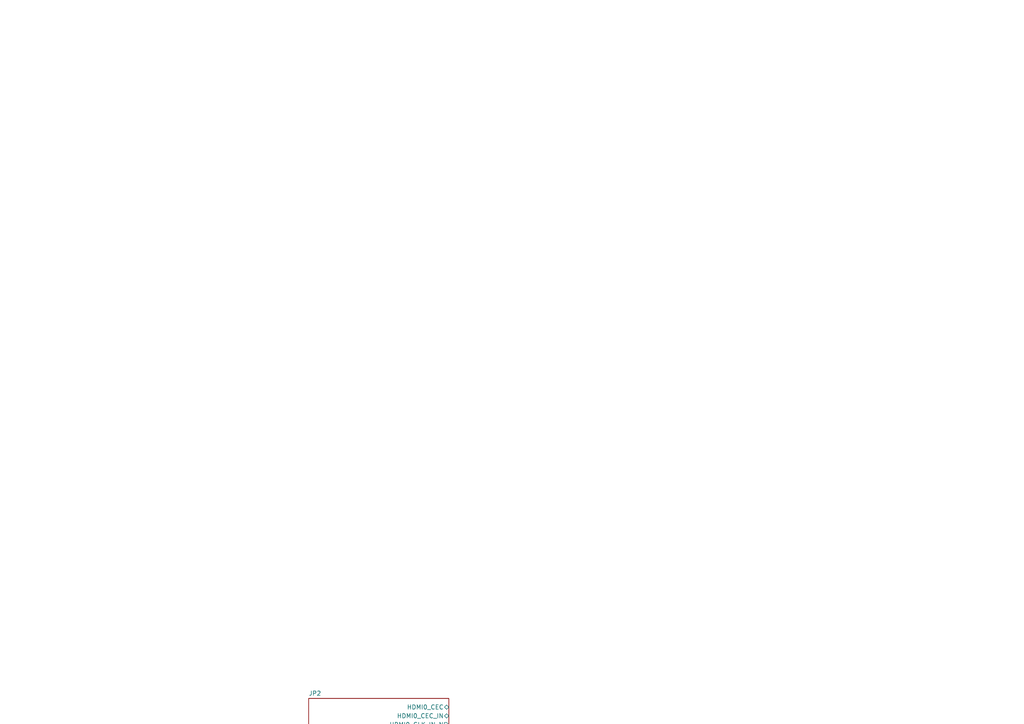
<source format=kicad_sch>
(kicad_sch
	(version 20250114)
	(generator "eeschema")
	(generator_version "9.0")
	(uuid "dea5ac8e-3e86-4300-9e2e-2676721051d5")
	(paper "A4")
	(lib_symbols)
	(sheet
		(at 89.535 202.565)
		(size 40.64 72.39)
		(exclude_from_sim no)
		(in_bom yes)
		(on_board yes)
		(dnp no)
		(fields_autoplaced yes)
		(stroke
			(width 0.1524)
			(type solid)
		)
		(fill
			(color 0 0 0 0.0000)
		)
		(uuid "090be83b-33de-45f1-8723-4cbe79db31ea")
		(property "Sheetname" "JP2"
			(at 89.535 201.8534 0)
			(effects
				(font
					(size 1.27 1.27)
				)
				(justify left bottom)
			)
		)
		(property "Sheetfile" "jp2.kicad_sch"
			(at 89.535 275.5396 0)
			(effects
				(font
					(size 1.27 1.27)
				)
				(justify left top)
			)
		)
		(pin "HDMI0_CEC" bidirectional
			(at 130.175 205.105 0)
			(uuid "1f40973f-2e88-410d-a80e-b83e920b9222")
			(effects
				(font
					(size 1.27 1.27)
				)
				(justify right)
			)
		)
		(pin "HDMI0_CEC_IN" bidirectional
			(at 130.175 207.645 0)
			(uuid "9af56694-5efd-4dba-a3e8-78a268af15f8")
			(effects
				(font
					(size 1.27 1.27)
				)
				(justify right)
			)
		)
		(pin "HDMI0_CLK_IN_N" output
			(at 130.175 210.185 0)
			(uuid "893dc298-819e-4872-9945-0cc6521ab7e4")
			(effects
				(font
					(size 1.27 1.27)
				)
				(justify right)
			)
		)
		(pin "HDMI0_CLK_IN_P" output
			(at 130.175 212.725 0)
			(uuid "fbafc3dd-c638-4b3c-aebc-65cac2da2ab6")
			(effects
				(font
					(size 1.27 1.27)
				)
				(justify right)
			)
		)
		(pin "HDMI0_CLK_N" output
			(at 130.175 215.265 0)
			(uuid "8e0d2bac-f541-4248-8f5d-abfacc708bce")
			(effects
				(font
					(size 1.27 1.27)
				)
				(justify right)
			)
		)
		(pin "HDMI0_CLK_P" output
			(at 130.175 217.805 0)
			(uuid "e026896d-361e-45ef-978d-355c20dc189b")
			(effects
				(font
					(size 1.27 1.27)
				)
				(justify right)
			)
		)
		(pin "HDMI0_D0_IN_N" output
			(at 130.175 220.345 0)
			(uuid "42985724-4e2b-49e2-ae22-3da5e4a396e8")
			(effects
				(font
					(size 1.27 1.27)
				)
				(justify right)
			)
		)
		(pin "HDMI0_D0_IN_P" output
			(at 130.175 222.885 0)
			(uuid "a42d25ed-5e1e-4ae8-9a1a-6262ee2786b6")
			(effects
				(font
					(size 1.27 1.27)
				)
				(justify right)
			)
		)
		(pin "HDMI0_D0_N" output
			(at 130.175 225.425 0)
			(uuid "d07dcd13-04f9-423b-bc1a-eb01491c2d0e")
			(effects
				(font
					(size 1.27 1.27)
				)
				(justify right)
			)
		)
		(pin "HDMI0_D0_P" output
			(at 130.175 227.965 0)
			(uuid "9ede2be8-e577-4089-8509-709ce018d91f")
			(effects
				(font
					(size 1.27 1.27)
				)
				(justify right)
			)
		)
		(pin "HDMI0_D1_IN_N" output
			(at 130.175 230.505 0)
			(uuid "c9c8083f-793f-468b-b998-72ecc96c11eb")
			(effects
				(font
					(size 1.27 1.27)
				)
				(justify right)
			)
		)
		(pin "HDMI0_D1_IN_P" output
			(at 130.175 233.045 0)
			(uuid "bb4901b3-7d68-4f4e-8ec9-85a5bffe1341")
			(effects
				(font
					(size 1.27 1.27)
				)
				(justify right)
			)
		)
		(pin "HDMI0_D1_N" output
			(at 130.175 235.585 0)
			(uuid "734efd43-e35d-4515-bc1f-8954d4703cbc")
			(effects
				(font
					(size 1.27 1.27)
				)
				(justify right)
			)
		)
		(pin "HDMI0_D1_P" output
			(at 130.175 238.125 0)
			(uuid "851516e6-00a6-442b-afea-f253d7084716")
			(effects
				(font
					(size 1.27 1.27)
				)
				(justify right)
			)
		)
		(pin "HDMI0_D2_IN_N" output
			(at 130.175 240.665 0)
			(uuid "628788d3-d09a-44df-91d3-2cc32243205b")
			(effects
				(font
					(size 1.27 1.27)
				)
				(justify right)
			)
		)
		(pin "HDMI0_D2_IN_P" output
			(at 130.175 243.205 0)
			(uuid "6b937606-0103-492b-a2ee-acf00a9df770")
			(effects
				(font
					(size 1.27 1.27)
				)
				(justify right)
			)
		)
		(pin "HDMI0_D2_N" output
			(at 130.175 245.745 0)
			(uuid "8d8c07d1-8881-4a2d-bca9-90fcab542cd1")
			(effects
				(font
					(size 1.27 1.27)
				)
				(justify right)
			)
		)
		(pin "HDMI0_D2_P" output
			(at 130.175 248.285 0)
			(uuid "56552822-d84b-45e5-89da-22a08fe5f2bf")
			(effects
				(font
					(size 1.27 1.27)
				)
				(justify right)
			)
		)
		(pin "HDMI0_HPD" input
			(at 130.175 250.825 0)
			(uuid "f7e13e23-0fe2-4ea9-be0a-91d98a88e4ae")
			(effects
				(font
					(size 1.27 1.27)
				)
				(justify right)
			)
		)
		(pin "HDMI0_HPD_IN" input
			(at 130.175 253.365 0)
			(uuid "936d9780-0f02-407e-b5ad-76056d6a7578")
			(effects
				(font
					(size 1.27 1.27)
				)
				(justify right)
			)
		)
		(pin "HDMI0_SCL" bidirectional
			(at 130.175 255.905 0)
			(uuid "52ffef74-afef-422b-b29f-bc10365f0f09")
			(effects
				(font
					(size 1.27 1.27)
				)
				(justify right)
			)
		)
		(pin "HDMI0_SCL_IN" bidirectional
			(at 130.175 258.445 0)
			(uuid "0609662b-e813-41f3-ac85-626b40ce87a0")
			(effects
				(font
					(size 1.27 1.27)
				)
				(justify right)
			)
		)
		(pin "HDMI0_SDA" bidirectional
			(at 130.175 260.985 0)
			(uuid "bce4dcc0-789f-4ca5-b11e-175e538bfc45")
			(effects
				(font
					(size 1.27 1.27)
				)
				(justify right)
			)
		)
		(pin "HDMI0_SDA_IN" bidirectional
			(at 130.175 263.525 0)
			(uuid "275bfd12-626c-48db-8d37-d6533ddb2763")
			(effects
				(font
					(size 1.27 1.27)
				)
				(justify right)
			)
		)
		(instances
			(project "Main"
				(path "/dea5ac8e-3e86-4300-9e2e-2676721051d5"
					(page "3")
				)
			)
		)
	)
	(sheet
		(at 223.52 218.44)
		(size 73.66 40.64)
		(exclude_from_sim no)
		(in_bom yes)
		(on_board yes)
		(dnp no)
		(fields_autoplaced yes)
		(stroke
			(width 0.1524)
			(type solid)
		)
		(fill
			(color 0 0 0 0.0000)
		)
		(uuid "57741c9e-edd5-4d78-9bed-1b543f87d51f")
		(property "Sheetname" "Power"
			(at 223.52 217.7284 0)
			(effects
				(font
					(size 1.27 1.27)
				)
				(justify left bottom)
			)
		)
		(property "Sheetfile" "power.kicad_sch"
			(at 223.52 259.6646 0)
			(effects
				(font
					(size 1.27 1.27)
				)
				(justify left top)
			)
		)
		(property "Field2" ""
			(at 223.52 218.44 0)
			(effects
				(font
					(size 1.27 1.27)
				)
			)
		)
		(pin "EN" input
			(at 236.22 218.44 90)
			(uuid "6114b278-9cf1-44b0-98e7-7a7f75cc5a8c")
			(effects
				(font
					(size 1.27 1.27)
				)
				(justify right)
			)
		)
		(pin "INT" input
			(at 245.11 218.44 90)
			(uuid "91bd40c4-e60c-4b57-9d40-b70bd8bbc709")
			(effects
				(font
					(size 1.27 1.27)
				)
				(justify right)
			)
		)
		(pin "SCL" input
			(at 255.27 218.44 90)
			(uuid "24570fce-1e93-4764-8f90-61b833f2c13b")
			(effects
				(font
					(size 1.27 1.27)
				)
				(justify right)
			)
		)
		(pin "SDA" input
			(at 265.43 218.44 90)
			(uuid "e2af7d3f-f8dc-4121-a44b-8d141d3534df")
			(effects
				(font
					(size 1.27 1.27)
				)
				(justify right)
			)
		)
		(pin "VOUT" input
			(at 274.32 218.44 90)
			(uuid "a2a854f6-3d63-40a1-891e-10fc6c208a75")
			(effects
				(font
					(size 1.27 1.27)
				)
				(justify right)
			)
		)
		(instances
			(project "Main"
				(path "/dea5ac8e-3e86-4300-9e2e-2676721051d5"
					(page "5")
				)
			)
		)
	)
	(sheet
		(at 0 218.44)
		(size 72.39 40.64)
		(exclude_from_sim no)
		(in_bom yes)
		(on_board yes)
		(dnp no)
		(fields_autoplaced yes)
		(stroke
			(width 0.1524)
			(type solid)
		)
		(fill
			(color 0 0 0 0.0000)
		)
		(uuid "78725cc8-0e28-4550-8a20-fc5839a751bc")
		(property "Sheetname" "JP1"
			(at 0 217.7284 0)
			(effects
				(font
					(size 1.27 1.27)
				)
				(justify left bottom)
			)
		)
		(property "Sheetfile" "jp1.kicad_sch"
			(at 0 259.6646 0)
			(effects
				(font
					(size 1.27 1.27)
				)
				(justify left top)
			)
		)
		(instances
			(project "Main"
				(path "/dea5ac8e-3e86-4300-9e2e-2676721051d5"
					(page "2")
				)
			)
		)
	)
	(sheet
		(at 149.86 218.44)
		(size 72.39 40.64)
		(exclude_from_sim no)
		(in_bom yes)
		(on_board yes)
		(dnp no)
		(fields_autoplaced yes)
		(stroke
			(width 0.1524)
			(type solid)
		)
		(fill
			(color 0 0 0 0.0000)
		)
		(uuid "f9fbc2fb-bc04-42a5-bb0d-e463d9230552")
		(property "Sheetname" "JP24"
			(at 149.86 217.7284 0)
			(effects
				(font
					(size 1.27 1.27)
				)
				(justify left bottom)
			)
		)
		(property "Sheetfile" "jp24.kicad_sch"
			(at 149.86 259.6646 0)
			(effects
				(font
					(size 1.27 1.27)
				)
				(justify left top)
			)
		)
		(instances
			(project "Main"
				(path "/dea5ac8e-3e86-4300-9e2e-2676721051d5"
					(page "4")
				)
			)
		)
	)
	(sheet_instances
		(path "/"
			(page "1")
		)
	)
	(embedded_fonts no)
)

</source>
